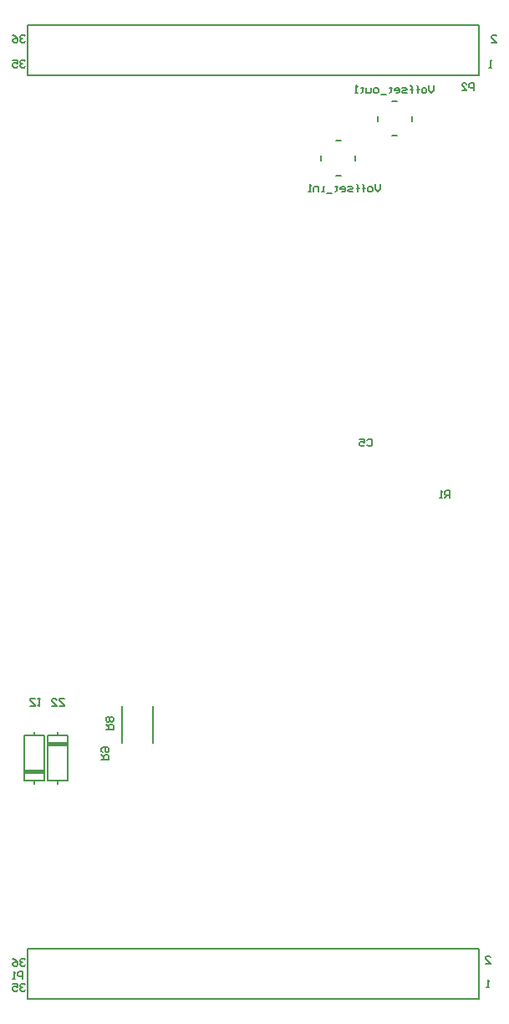
<source format=gbo>
G04*
G04 #@! TF.GenerationSoftware,Altium Limited,Altium Designer,21.8.1 (53)*
G04*
G04 Layer_Color=32896*
%FSLAX25Y25*%
%MOIN*%
G70*
G04*
G04 #@! TF.SameCoordinates,EDE1E146-8CB7-4DB8-9C5D-6FBA97C0E16F*
G04*
G04*
G04 #@! TF.FilePolarity,Positive*
G04*
G01*
G75*
%ADD11C,0.00787*%
%ADD14C,0.00591*%
%ADD66C,0.00606*%
D11*
X7087Y-300783D02*
X14957D01*
X14961Y-303929D02*
Y-285827D01*
X7087Y-303929D02*
Y-285827D01*
X14961D01*
X11024Y-305118D02*
Y-304134D01*
Y-285433D02*
Y-284449D01*
X7087Y-303929D02*
X14961D01*
X7087Y-300590D02*
X14957D01*
X7087Y-300398D02*
X14957D01*
X7087Y-300205D02*
X14957D01*
X7087Y-300012D02*
X14957D01*
X7087Y-299819D02*
X14957D01*
X16539Y-288980D02*
X24409D01*
X16535Y-303937D02*
Y-285835D01*
X24409Y-303937D02*
Y-285835D01*
X16535Y-303937D02*
X24409D01*
X20472Y-285630D02*
Y-284646D01*
Y-305315D02*
Y-304331D01*
X16535Y-285835D02*
X24409D01*
X16539Y-289173D02*
X24409D01*
X16539Y-289366D02*
X24409D01*
X16539Y-289559D02*
X24409D01*
X16539Y-289752D02*
X24409D01*
X16539Y-289945D02*
X24409D01*
X161677Y-41238D02*
Y-39112D01*
X147898Y-41238D02*
Y-39112D01*
X153724Y-33285D02*
X155850D01*
X153724Y-47065D02*
X155850D01*
X131220Y-62795D02*
X133346D01*
X131220Y-49016D02*
X133346D01*
X139173Y-56968D02*
Y-54843D01*
X125394Y-56968D02*
Y-54843D01*
X46063Y-288799D02*
Y-274232D01*
X58268Y-288799D02*
Y-274232D01*
X8425Y-390827D02*
Y-370827D01*
X188425Y-390827D02*
Y-370827D01*
X8425D02*
X188425D01*
X8425Y-390827D02*
X188425D01*
X8425Y-22874D02*
X188425D01*
X8425Y-2874D02*
X188425D01*
Y-22874D02*
Y-2874D01*
X8425Y-22874D02*
Y-2874D01*
D14*
X190957Y-376827D02*
X192925D01*
X190957Y-374859D01*
Y-374367D01*
X191449Y-373875D01*
X192433D01*
X192925Y-374367D01*
X192425Y-386327D02*
X191441D01*
X191933D01*
Y-383375D01*
X192425Y-383867D01*
X7425Y-385367D02*
X6933Y-384875D01*
X5949D01*
X5457Y-385367D01*
Y-385859D01*
X5949Y-386351D01*
X6441D01*
X5949D01*
X5457Y-386843D01*
Y-387335D01*
X5949Y-387827D01*
X6933D01*
X7425Y-387335D01*
X2506Y-384875D02*
X4473D01*
Y-386351D01*
X3489Y-385859D01*
X2998D01*
X2506Y-386351D01*
Y-387335D01*
X2998Y-387827D01*
X3981D01*
X4473Y-387335D01*
X7425Y-375367D02*
X6933Y-374875D01*
X5949D01*
X5457Y-375367D01*
Y-375859D01*
X5949Y-376351D01*
X6441D01*
X5949D01*
X5457Y-376843D01*
Y-377335D01*
X5949Y-377827D01*
X6933D01*
X7425Y-377335D01*
X2506Y-374875D02*
X3489Y-375367D01*
X4473Y-376351D01*
Y-377335D01*
X3981Y-377827D01*
X2998D01*
X2506Y-377335D01*
Y-376843D01*
X2998Y-376351D01*
X4473D01*
X7425Y-7414D02*
X6933Y-6922D01*
X5949D01*
X5457Y-7414D01*
Y-7906D01*
X5949Y-8398D01*
X6441D01*
X5949D01*
X5457Y-8890D01*
Y-9382D01*
X5949Y-9874D01*
X6933D01*
X7425Y-9382D01*
X2506Y-6922D02*
X3489Y-7414D01*
X4473Y-8398D01*
Y-9382D01*
X3981Y-9874D01*
X2998D01*
X2506Y-9382D01*
Y-8890D01*
X2998Y-8398D01*
X4473D01*
X7425Y-17414D02*
X6933Y-16922D01*
X5949D01*
X5457Y-17414D01*
Y-17906D01*
X5949Y-18398D01*
X6441D01*
X5949D01*
X5457Y-18890D01*
Y-19382D01*
X5949Y-19874D01*
X6933D01*
X7425Y-19382D01*
X2506Y-16922D02*
X4473D01*
Y-18398D01*
X3489Y-17906D01*
X2998D01*
X2506Y-18398D01*
Y-19382D01*
X2998Y-19874D01*
X3981D01*
X4473Y-19382D01*
X193425Y-19874D02*
X192441D01*
X192933D01*
Y-16922D01*
X193425Y-17414D01*
X193457Y-9874D02*
X195425D01*
X193457Y-7906D01*
Y-7414D01*
X193949Y-6922D01*
X194933D01*
X195425Y-7414D01*
X39689Y-283491D02*
X42641D01*
Y-282015D01*
X42149Y-281523D01*
X41165D01*
X40673Y-282015D01*
Y-283491D01*
Y-282507D02*
X39689Y-281523D01*
X42149Y-280539D02*
X42641Y-280048D01*
Y-279064D01*
X42149Y-278572D01*
X41657D01*
X41165Y-279064D01*
X40673Y-278572D01*
X40181D01*
X39689Y-279064D01*
Y-280048D01*
X40181Y-280539D01*
X40673D01*
X41165Y-280048D01*
X41657Y-280539D01*
X42149D01*
X41165Y-280048D02*
Y-279064D01*
X22932Y-271359D02*
X20964D01*
Y-271851D01*
X22932Y-273819D01*
Y-274311D01*
X20964D01*
X18013D02*
X19981D01*
X18013Y-272343D01*
Y-271851D01*
X18505Y-271359D01*
X19489D01*
X19981Y-271851D01*
X186460Y-28976D02*
Y-26024D01*
X184984D01*
X184492Y-26516D01*
Y-27500D01*
X184984Y-27992D01*
X186460D01*
X181540Y-28976D02*
X183508D01*
X181540Y-27008D01*
Y-26516D01*
X182032Y-26024D01*
X183016D01*
X183508Y-26516D01*
X6468Y-382976D02*
Y-380024D01*
X4992D01*
X4500Y-380516D01*
Y-381500D01*
X4992Y-381992D01*
X6468D01*
X3516Y-382976D02*
X2532D01*
X3024D01*
Y-380024D01*
X3516Y-380516D01*
X176771Y-191252D02*
Y-188300D01*
X175295D01*
X174803Y-188792D01*
Y-189776D01*
X175295Y-190268D01*
X176771D01*
X175787D02*
X174803Y-191252D01*
X173819D02*
X172835D01*
X173327D01*
Y-188300D01*
X173819Y-188792D01*
X37749Y-295669D02*
X40700D01*
Y-294193D01*
X40208Y-293701D01*
X39224D01*
X38732Y-294193D01*
Y-295669D01*
Y-294685D02*
X37749Y-293701D01*
X38241Y-292717D02*
X37749Y-292225D01*
Y-291241D01*
X38241Y-290749D01*
X40208D01*
X40700Y-291241D01*
Y-292225D01*
X40208Y-292717D01*
X39716D01*
X39224Y-292225D01*
Y-290749D01*
X9449Y-274311D02*
X11417D01*
Y-273819D01*
X9449Y-271851D01*
Y-271359D01*
X11417D01*
X12401D02*
X13385D01*
X12893D01*
Y-274311D01*
X12401Y-273819D01*
X143799Y-168307D02*
X144291Y-167815D01*
X145275D01*
X145767Y-168307D01*
Y-170275D01*
X145275Y-170767D01*
X144291D01*
X143799Y-170275D01*
X140847Y-167815D02*
X142815D01*
Y-169291D01*
X141831Y-168799D01*
X141339D01*
X140847Y-169291D01*
Y-170275D01*
X141339Y-170767D01*
X142323D01*
X142815Y-170275D01*
D66*
X148913Y-66388D02*
Y-68356D01*
X147929Y-69340D01*
X146945Y-68356D01*
Y-66388D01*
X145469Y-69340D02*
X144485D01*
X143993Y-68848D01*
Y-67864D01*
X144485Y-67372D01*
X145469D01*
X145961Y-67864D01*
Y-68848D01*
X145469Y-69340D01*
X142517D02*
Y-66880D01*
Y-67864D01*
X143009D01*
X142025D01*
X142517D01*
Y-66880D01*
X142025Y-66388D01*
X140057Y-69340D02*
Y-66880D01*
Y-67864D01*
X140549D01*
X139565D01*
X140057D01*
Y-66880D01*
X139565Y-66388D01*
X138090Y-69340D02*
X136614D01*
X136122Y-68848D01*
X136614Y-68356D01*
X137598D01*
X138090Y-67864D01*
X137598Y-67372D01*
X136122D01*
X133662Y-69340D02*
X134646D01*
X135138Y-68848D01*
Y-67864D01*
X134646Y-67372D01*
X133662D01*
X133170Y-67864D01*
Y-68356D01*
X135138D01*
X131694Y-66880D02*
Y-67372D01*
X132186D01*
X131202D01*
X131694D01*
Y-68848D01*
X131202Y-69340D01*
X129726Y-69832D02*
X127758D01*
X126774Y-69340D02*
X125790D01*
X126282D01*
Y-67372D01*
X126774D01*
X124314Y-69340D02*
Y-67372D01*
X122838D01*
X122346Y-67864D01*
Y-69340D01*
X121362D02*
X120379D01*
X120871D01*
Y-66388D01*
X121362Y-66880D01*
X170467Y-27018D02*
Y-28986D01*
X169483Y-29970D01*
X168500Y-28986D01*
Y-27018D01*
X167024Y-29970D02*
X166040D01*
X165548Y-29478D01*
Y-28494D01*
X166040Y-28002D01*
X167024D01*
X167516Y-28494D01*
Y-29478D01*
X167024Y-29970D01*
X164072D02*
Y-27510D01*
Y-28494D01*
X164564D01*
X163580D01*
X164072D01*
Y-27510D01*
X163580Y-27018D01*
X161612Y-29970D02*
Y-27510D01*
Y-28494D01*
X162104D01*
X161120D01*
X161612D01*
Y-27510D01*
X161120Y-27018D01*
X159644Y-29970D02*
X158168D01*
X157676Y-29478D01*
X158168Y-28986D01*
X159152D01*
X159644Y-28494D01*
X159152Y-28002D01*
X157676D01*
X155216Y-29970D02*
X156200D01*
X156692Y-29478D01*
Y-28494D01*
X156200Y-28002D01*
X155216D01*
X154724Y-28494D01*
Y-28986D01*
X156692D01*
X153249Y-27510D02*
Y-28002D01*
X153741D01*
X152757D01*
X153249D01*
Y-29478D01*
X152757Y-29970D01*
X151281Y-30462D02*
X149313D01*
X147837Y-29970D02*
X146853D01*
X146361Y-29478D01*
Y-28494D01*
X146853Y-28002D01*
X147837D01*
X148329Y-28494D01*
Y-29478D01*
X147837Y-29970D01*
X145377Y-28002D02*
Y-29478D01*
X144885Y-29970D01*
X143409D01*
Y-28002D01*
X141933Y-27510D02*
Y-28002D01*
X142425D01*
X141441D01*
X141933D01*
Y-29478D01*
X141441Y-29970D01*
X139965D02*
X138981D01*
X139473D01*
Y-27018D01*
X139965Y-27510D01*
M02*

</source>
